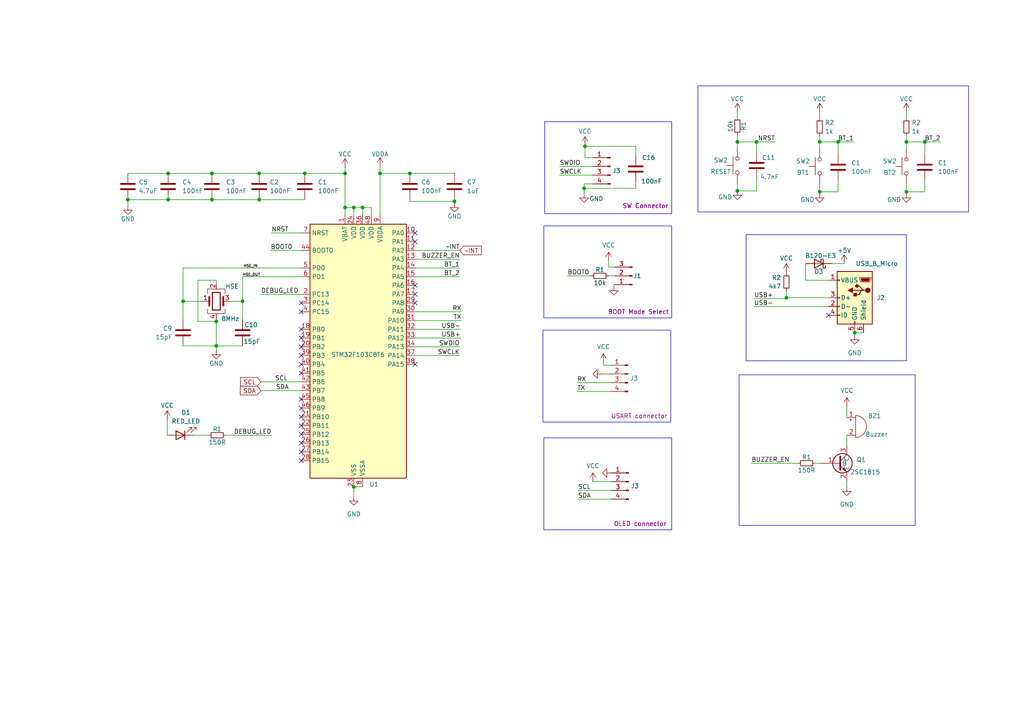
<source format=kicad_sch>
(kicad_sch (version 20230121) (generator eeschema)
  (paper "A4")
  (lib_symbols
    (symbol "Connector:Conn_01x03_Pin" (pin_names (offset 1.016) hide)
      (property "Reference" "J" (at 0 5.08 0))
      (property "Value" "Conn_01x03_Pin" (at 0 -5.08 0))
      (symbol "Conn_01x03_Pin_1_1"
        (polyline (pts (xy 1.27 -2.54) (xy 0.8636 -2.54)) (stroke (width 0.1524)))
        (polyline (pts (xy 1.27 0) (xy 0.8636 0)) (stroke (width 0.1524)))
        (polyline (pts (xy 1.27 2.54) (xy 0.8636 2.54)) (stroke (width 0.1524)))
        (rectangle (start 0.8636 -2.413) (end 0 -2.667) (stroke (width 0.1524)) (fill (type outline)))
        (rectangle (start 0.8636 0.127) (end 0 -0.127) (stroke (width 0.1524)) (fill (type outline)))
        (rectangle (start 0.8636 2.667) (end 0 2.413) (stroke (width 0.1524)) (fill (type outline)))
        (pin passive line (at 5.08 2.54 180) (length 3.81) (name "Pin_1") (number "1"))
        (pin passive line (at 5.08 0 180) (length 3.81) (name "Pin_2") (number "2"))
        (pin passive line (at 5.08 -2.54 180) (length 3.81) (name "Pin_3") (number "3"))
      )
    )
    (symbol "Connector:Conn_01x04_Pin" (pin_names (offset 1.016) hide)
      (property "Reference" "J" (at 0 5.08 0))
      (property "Value" "Conn_01x04_Pin" (at 0 -7.62 0))
      (symbol "Conn_01x04_Pin_1_1"
        (polyline (pts (xy 1.27 -5.08) (xy 0.8636 -5.08)) (stroke (width 0.1524)))
        (polyline (pts (xy 1.27 -2.54) (xy 0.8636 -2.54)) (stroke (width 0.1524)))
        (polyline (pts (xy 1.27 0) (xy 0.8636 0)) (stroke (width 0.1524)))
        (polyline (pts (xy 1.27 2.54) (xy 0.8636 2.54)) (stroke (width 0.1524)))
        (rectangle (start 0.8636 -4.953) (end 0 -5.207) (stroke (width 0.1524)) (fill (type outline)))
        (rectangle (start 0.8636 -2.413) (end 0 -2.667) (stroke (width 0.1524)) (fill (type outline)))
        (rectangle (start 0.8636 0.127) (end 0 -0.127) (stroke (width 0.1524)) (fill (type outline)))
        (rectangle (start 0.8636 2.667) (end 0 2.413) (stroke (width 0.1524)) (fill (type outline)))
        (pin passive line (at 5.08 2.54 180) (length 3.81) (name "Pin_1") (number "1"))
        (pin passive line (at 5.08 0 180) (length 3.81) (name "Pin_2") (number "2"))
        (pin passive line (at 5.08 -2.54 180) (length 3.81) (name "Pin_3") (number "3"))
        (pin passive line (at 5.08 -5.08 180) (length 3.81) (name "Pin_4") (number "4"))
      )
    )
    (symbol "Connector:USB_B_Micro" (pin_names (offset 1.016))
      (property "Reference" "J" (at -5.08 11.43 0))
      (property "Value" "USB_B_Micro" (at -5.08 8.89 0))
      (symbol "USB_B_Micro_0_1"
        (rectangle (start -5.08 -7.62) (end 5.08 7.62) (stroke (width 0.254)) (fill (type background)))
        (circle (center -3.81 2.159) (radius 0.635) (stroke (width 0.254)) (fill (type outline)))
        (circle (center -0.635 3.429) (radius 0.381) (stroke (width 0.254)) (fill (type outline)))
        (rectangle (start -0.127 -7.62) (end 0.127 -6.858))
        (polyline (pts (xy -1.905 2.159) (xy 0.635 2.159)) (stroke (width 0.254)))
        (polyline (pts (xy -3.175 2.159) (xy -2.54 2.159) (xy -1.27 3.429) (xy -0.635 3.429)) (stroke (width 0.254)))
        (polyline (pts (xy -2.54 2.159) (xy -1.905 2.159) (xy -1.27 0.889) (xy 0 0.889)) (stroke (width 0.254)))
        (polyline (pts (xy 0.635 2.794) (xy 0.635 1.524) (xy 1.905 2.159) (xy 0.635 2.794)) (stroke (width 0.254)) (fill (type outline)))
        (polyline (pts (xy -4.318 5.588) (xy -1.778 5.588) (xy -2.032 4.826) (xy -4.064 4.826) (xy -4.318 5.588)) (fill (type outline)))
        (polyline (pts (xy -4.699 5.842) (xy -4.699 5.588) (xy -4.445 4.826) (xy -4.445 4.572) (xy -1.651 4.572) (xy -1.651 4.826) (xy -1.397 5.588) (xy -1.397 5.842) (xy -4.699 5.842)))
        (rectangle (start 0.254 1.27) (end -0.508 0.508) (stroke (width 0.254)) (fill (type outline)))
        (rectangle (start 5.08 -5.207) (end 4.318 -4.953))
        (rectangle (start 5.08 -2.667) (end 4.318 -2.413))
        (rectangle (start 5.08 -0.127) (end 4.318 0.127))
        (rectangle (start 5.08 4.953) (end 4.318 5.207))
      )
      (symbol "USB_B_Micro_1_1"
        (pin power_out line (at 7.62 5.08 180) (length 2.54) (name "VBUS") (number "1"))
        (pin bidirectional line (at 7.62 -2.54 180) (length 2.54) (name "D-") (number "2"))
        (pin bidirectional line (at 7.62 0 180) (length 2.54) (name "D+") (number "3"))
        (pin passive line (at 7.62 -5.08 180) (length 2.54) (name "ID") (number "4"))
        (pin power_out line (at 0 -10.16 90) (length 2.54) (name "GND") (number "5"))
        (pin passive line (at -2.54 -10.16 90) (length 2.54) (name "Shield") (number "6"))
      )
    )
    (symbol "Device:Buzzer" (pin_names (offset 0.0254) hide)
      (property "Reference" "BZ" (at 3.81 1.27 0))
      (property "Value" "Buzzer" (at 3.81 -1.27 0))
      (symbol "Buzzer_0_1"
        (arc (start 0 -3.175) (mid 3.1612 0) (end 0 3.175))
        (polyline (pts (xy -1.651 1.905) (xy -1.143 1.905)))
        (polyline (pts (xy -1.397 2.159) (xy -1.397 1.651)))
        (polyline (pts (xy 0 3.175) (xy 0 -3.175)))
      )
      (symbol "Buzzer_1_1"
        (pin passive line (at -2.54 2.54 0) (length 2.54) (name "-") (number "1"))
        (pin passive line (at -2.54 -2.54 0) (length 2.54) (name "+") (number "2"))
      )
    )
    (symbol "Device:C" (pin_numbers hide) (pin_names (offset 0.254))
      (property "Reference" "C" (at 0.635 2.54 0))
      (property "Value" "C" (at 0.635 -2.54 0))
      (symbol "C_0_1"
        (polyline (pts (xy -2.032 -0.762) (xy 2.032 -0.762)) (stroke (width 0.508)))
        (polyline (pts (xy -2.032 0.762) (xy 2.032 0.762)) (stroke (width 0.508)))
      )
      (symbol "C_1_1"
        (pin passive line (at 0 3.81 270) (length 2.794) (name "~") (number "1"))
        (pin passive line (at 0 -3.81 90) (length 2.794) (name "~") (number "2"))
      )
    )
    (symbol "Device:Crystal_GND24" (pin_names (offset 1.016) hide)
      (property "Reference" "Y" (at 3.175 5.08 0))
      (property "Value" "Crystal_GND24" (at 3.175 3.175 0))
      (symbol "Crystal_GND24_0_1"
        (rectangle (start -1.143 2.54) (end 1.143 -2.54) (stroke (width 0.3048)))
        (polyline (pts (xy -2.54 0) (xy -2.032 0)))
        (polyline (pts (xy -2.032 -1.27) (xy -2.032 1.27)) (stroke (width 0.508)))
        (polyline (pts (xy 0 -3.81) (xy 0 -3.556)))
        (polyline (pts (xy 0 3.556) (xy 0 3.81)))
        (polyline (pts (xy 2.032 -1.27) (xy 2.032 1.27)) (stroke (width 0.508)))
        (polyline (pts (xy 2.032 0) (xy 2.54 0)))
        (polyline (pts (xy -2.54 -2.286) (xy -2.54 -3.556) (xy 2.54 -3.556) (xy 2.54 -2.286)))
        (polyline (pts (xy -2.54 2.286) (xy -2.54 3.556) (xy 2.54 3.556) (xy 2.54 2.286)))
      )
      (symbol "Crystal_GND24_1_1"
        (pin passive line (at -3.81 0 0) (length 1.27) (name "1") (number "1"))
        (pin passive line (at 0 5.08 270) (length 1.27) (name "2") (number "2"))
        (pin passive line (at 3.81 0 180) (length 1.27) (name "3") (number "3"))
        (pin passive line (at 0 -5.08 90) (length 1.27) (name "4") (number "4"))
      )
    )
    (symbol "Device:LED" (pin_numbers hide) (pin_names (offset 1.016) hide)
      (property "Reference" "D" (at 0 2.54 0))
      (property "Value" "LED" (at 0 -2.54 0))
      (symbol "LED_0_1"
        (polyline (pts (xy -1.27 -1.27) (xy -1.27 1.27)) (stroke (width 0.254)))
        (polyline (pts (xy -1.27 0) (xy 1.27 0)))
        (polyline (pts (xy 1.27 -1.27) (xy 1.27 1.27) (xy -1.27 0) (xy 1.27 -1.27)) (stroke (width 0.254)))
        (polyline (pts (xy -3.048 -0.762) (xy -4.572 -2.286) (xy -3.81 -2.286) (xy -4.572 -2.286) (xy -4.572 -1.524)))
        (polyline (pts (xy -1.778 -0.762) (xy -3.302 -2.286) (xy -2.54 -2.286) (xy -3.302 -2.286) (xy -3.302 -1.524)))
      )
      (symbol "LED_1_1"
        (pin passive line (at -3.81 0 0) (length 2.54) (name "K") (number "1"))
        (pin passive line (at 3.81 0 180) (length 2.54) (name "A") (number "2"))
      )
    )
    (symbol "Device:R_Small" (pin_numbers hide) (pin_names (offset 0.254) hide)
      (property "Reference" "R" (at 0.762 0.508 0))
      (property "Value" "R_Small" (at 0.762 -1.016 0))
      (symbol "R_Small_0_1"
        (rectangle (start -0.762 1.778) (end 0.762 -1.778) (stroke (width 0.2032)))
      )
      (symbol "R_Small_1_1"
        (pin passive line (at 0 2.54 270) (length 0.762) (name "~") (number "1"))
        (pin passive line (at 0 -2.54 90) (length 0.762) (name "~") (number "2"))
      )
    )
    (symbol "Diode:B120-E3" (pin_numbers hide) (pin_names hide)
      (property "Reference" "D" (at 0 2.54 0))
      (property "Value" "B120-E3" (at 0 -2.54 0))
      (symbol "B120-E3_0_1"
        (polyline (pts (xy 1.27 0) (xy -1.27 0)))
        (polyline (pts (xy 1.27 1.27) (xy 1.27 -1.27) (xy -1.27 0) (xy 1.27 1.27)) (stroke (width 0.254)))
        (polyline (pts (xy -1.905 0.635) (xy -1.905 1.27) (xy -1.27 1.27) (xy -1.27 -1.27) (xy -0.635 -1.27) (xy -0.635 -0.635)) (stroke (width 0.254)))
      )
      (symbol "B120-E3_1_1"
        (pin passive line (at -3.81 0 0) (length 2.54) (name "K") (number "1"))
        (pin passive line (at 3.81 0 180) (length 2.54) (name "A") (number "2"))
      )
    )
    (symbol "MCU_ST_STM32F1:STM32F103C8Tx"
      (property "Reference" "U" (at -12.7 39.37 0))
      (property "Value" "STM32F103C8Tx" (at 10.16 39.37 0))
      (symbol "STM32F103C8Tx_0_1"
        (rectangle (start -12.7 -35.56) (end 15.24 38.1) (stroke (width 0.254)) (fill (type background)))
      )
      (symbol "STM32F103C8Tx_1_1"
        (pin power_in line (at -2.54 40.64 270) (length 2.54) (name "VBAT") (number "1"))
        (pin bidirectional line (at 17.78 35.56 180) (length 2.54) (name "PA0") (number "10"))
        (pin bidirectional line (at 17.78 33.02 180) (length 2.54) (name "PA1") (number "11"))
        (pin bidirectional line (at 17.78 30.48 180) (length 2.54) (name "PA2") (number "12"))
        (pin bidirectional line (at 17.78 27.94 180) (length 2.54) (name "PA3") (number "13"))
        (pin bidirectional line (at 17.78 25.4 180) (length 2.54) (name "PA4") (number "14"))
        (pin bidirectional line (at 17.78 22.86 180) (length 2.54) (name "PA5") (number "15"))
        (pin bidirectional line (at 17.78 20.32 180) (length 2.54) (name "PA6") (number "16"))
        (pin bidirectional line (at 17.78 17.78 180) (length 2.54) (name "PA7") (number "17"))
        (pin bidirectional line (at -15.24 7.62 0) (length 2.54) (name "PB0") (number "18"))
        (pin bidirectional line (at -15.24 5.08 0) (length 2.54) (name "PB1") (number "19"))
        (pin bidirectional line (at -15.24 17.78 0) (length 2.54) (name "PC13") (number "2"))
        (pin bidirectional line (at -15.24 2.54 0) (length 2.54) (name "PB2") (number "20"))
        (pin bidirectional line (at -15.24 -17.78 0) (length 2.54) (name "PB10") (number "21"))
        (pin bidirectional line (at -15.24 -20.32 0) (length 2.54) (name "PB11") (number "22"))
        (pin power_in line (at 0 -38.1 90) (length 2.54) (name "VSS") (number "23"))
        (pin power_in line (at 0 40.64 270) (length 2.54) (name "VDD") (number "24"))
        (pin bidirectional line (at -15.24 -22.86 0) (length 2.54) (name "PB12") (number "25"))
        (pin bidirectional line (at -15.24 -25.4 0) (length 2.54) (name "PB13") (number "26"))
        (pin bidirectional line (at -15.24 -27.94 0) (length 2.54) (name "PB14") (number "27"))
        (pin bidirectional line (at -15.24 -30.48 0) (length 2.54) (name "PB15") (number "28"))
        (pin bidirectional line (at 17.78 15.24 180) (length 2.54) (name "PA8") (number "29"))
        (pin bidirectional line (at -15.24 15.24 0) (length 2.54) (name "PC14") (number "3"))
        (pin bidirectional line (at 17.78 12.7 180) (length 2.54) (name "PA9") (number "30"))
        (pin bidirectional line (at 17.78 10.16 180) (length 2.54) (name "PA10") (number "31"))
        (pin bidirectional line (at 17.78 7.62 180) (length 2.54) (name "PA11") (number "32"))
        (pin bidirectional line (at 17.78 5.08 180) (length 2.54) (name "PA12") (number "33"))
        (pin bidirectional line (at 17.78 2.54 180) (length 2.54) (name "PA13") (number "34"))
        (pin passive line (at 0 -38.1 90) (length 2.54) hide (name "VSS") (number "35"))
        (pin power_in line (at 2.54 40.64 270) (length 2.54) (name "VDD") (number "36"))
        (pin bidirectional line (at 17.78 0 180) (length 2.54) (name "PA14") (number "37"))
        (pin bidirectional line (at 17.78 -2.54 180) (length 2.54) (name "PA15") (number "38"))
        (pin bidirectional line (at -15.24 0 0) (length 2.54) (name "PB3") (number "39"))
        (pin bidirectional line (at -15.24 12.7 0) (length 2.54) (name "PC15") (number "4"))
        (pin bidirectional line (at -15.24 -2.54 0) (length 2.54) (name "PB4") (number "40"))
        (pin bidirectional line (at -15.24 -5.08 0) (length 2.54) (name "PB5") (number "41"))
        (pin bidirectional line (at -15.24 -7.62 0) (length 2.54) (name "PB6") (number "42"))
        (pin bidirectional line (at -15.24 -10.16 0) (length 2.54) (name "PB7") (number "43"))
        (pin input line (at -15.24 30.48 0) (length 2.54) (name "BOOT0") (number "44"))
        (pin bidirectional line (at -15.24 -12.7 0) (length 2.54) (name "PB8") (number "45"))
        (pin bidirectional line (at -15.24 -15.24 0) (length 2.54) (name "PB9") (number "46"))
        (pin passive line (at 0 -38.1 90) (length 2.54) hide (name "VSS") (number "47"))
        (pin power_in line (at 5.08 40.64 270) (length 2.54) (name "VDD") (number "48"))
        (pin bidirectional line (at -15.24 25.4 0) (length 2.54) (name "PD0") (number "5"))
        (pin bidirectional line (at -15.24 22.86 0) (length 2.54) (name "PD1") (number "6"))
        (pin input line (at -15.24 35.56 0) (length 2.54) (name "NRST") (number "7"))
        (pin power_in line (at 2.54 -38.1 90) (length 2.54) (name "VSSA") (number "8"))
        (pin power_in line (at 7.62 40.64 270) (length 2.54) (name "VDDA") (number "9"))
      )
    )
    (symbol "NPN_Trans_2SC1815:2SC1815"
      (property "Reference" "Q" (at 0 6.604 0))
      (symbol "2SC1815_0_1"
        (polyline (pts (xy -0.635 0.635) (xy 1.27 2.54)))
        (polyline (pts (xy -0.635 -0.635) (xy 1.27 -2.54) (xy 1.27 -2.54)))
        (polyline (pts (xy -0.635 1.905) (xy -0.635 -1.905) (xy -0.635 -1.905)) (stroke (width 0.508)))
        (polyline (pts (xy 0 -1.778) (xy 0.508 -1.27) (xy 1.016 -2.286) (xy 0 -1.778) (xy 0 -1.778)) (fill (type outline)))
        (circle (center 0 0) (radius 2.8194) (stroke (width 0.254)))
      )
      (symbol "2SC1815_1_1"
        (pin passive line (at -6.35 0 0) (length 5.715) (name "B") (number "1"))
        (pin passive line (at 1.27 -5.08 90) (length 2.54) (name "E") (number "2"))
        (pin passive line (at 1.27 5.08 270) (length 2.54) (name "C") (number "3"))
      )
    )
    (symbol "Switch:SW_Push" (pin_numbers hide) (pin_names (offset 1.016) hide)
      (property "Reference" "SW" (at 1.27 2.54 0))
      (property "Value" "SW_Push" (at 0 -1.524 0))
      (symbol "SW_Push_0_1"
        (circle (center -2.032 0) (radius 0.508))
        (polyline (pts (xy 0 1.27) (xy 0 3.048)))
        (polyline (pts (xy 2.54 1.27) (xy -2.54 1.27)))
        (circle (center 2.032 0) (radius 0.508))
        (pin passive line (at -5.08 0 0) (length 2.54) (name "1") (number "1"))
        (pin passive line (at 5.08 0 180) (length 2.54) (name "2") (number "2"))
      )
    )
    (symbol "power:+5V" (power) (pin_names (offset 0))
      (property "Value" "+5V" (at 0 3.556 0))
      (symbol "+5V_0_1"
        (polyline (pts (xy -0.762 1.27) (xy 0 2.54)))
        (polyline (pts (xy 0 0) (xy 0 2.54)))
        (polyline (pts (xy 0 2.54) (xy 0.762 1.27)))
      )
      (symbol "+5V_1_1"
        (pin power_in line (at 0 0 90) (length 0) hide (name "+5V") (number "1"))
      )
    )
    (symbol "power:GND" (power) (pin_names (offset 0))
      (property "Value" "GND" (at 0 -3.81 0))
      (symbol "GND_0_1"
        (polyline (pts (xy 0 0) (xy 0 -1.27) (xy 1.27 -1.27) (xy 0 -2.54) (xy -1.27 -1.27) (xy 0 -1.27)))
      )
      (symbol "GND_1_1"
        (pin power_in line (at 0 0 270) (length 0) hide (name "GND") (number "1"))
      )
    )
    (symbol "power:VCC" (power) (pin_names (offset 0))
      (property "Value" "VCC" (at 0 3.81 0))
      (symbol "VCC_0_1"
        (polyline (pts (xy -0.762 1.27) (xy 0 2.54)))
        (polyline (pts (xy 0 0) (xy 0 2.54)))
        (polyline (pts (xy 0 2.54) (xy 0.762 1.27)))
      )
      (symbol "VCC_1_1"
        (pin power_in line (at 0 0 90) (length 0) hide (name "VCC") (number "1"))
      )
    )
    (symbol "power:VDDA" (power) (pin_names (offset 0))
      (property "Value" "VDDA" (at 0 3.81 0))
      (symbol "VDDA_0_1"
        (polyline (pts (xy -0.762 1.27) (xy 0 2.54)))
        (polyline (pts (xy 0 0) (xy 0 2.54)))
        (polyline (pts (xy 0 2.54) (xy 0.762 1.27)))
      )
      (symbol "VDDA_1_1"
        (pin power_in line (at 0 0 90) (length 0) hide (name "VDDA") (number "1"))
      )
    )
  )
  (junction (at 169.672 42.418))
  (junction (at 62.738 100.33))
  (junction (at 219.456 41.148))
  (junction (at 53.086 87.376))
  (junction (at 61.468 57.912))
  (junction (at 110.236 50.292))
  (junction (at 48.768 50.292))
  (junction (at 268.224 41.148))
  (junction (at 237.744 41.148))
  (junction (at 247.904 96.52))
  (junction (at 48.768 57.912))
  (junction (at 131.826 58.42))
  (junction (at 75.184 50.292))
  (junction (at 237.744 55.626))
  (junction (at 118.872 50.292))
  (junction (at 262.89 41.148))
  (junction (at 70.358 87.376))
  (junction (at 100.076 50.292))
  (junction (at 62.738 93.218))
  (junction (at 75.184 57.912))
  (junction (at 37.084 57.912))
  (junction (at 100.076 60.198))
  (junction (at 228.092 86.36))
  (junction (at 61.468 50.292))
  (junction (at 213.868 41.148))
  (junction (at 88.392 50.292))
  (junction (at 262.89 55.626))
  (junction (at 169.418 54.61))
  (junction (at 102.616 60.198))
  (junction (at 213.868 55.372))
  (junction (at 243.078 41.148))
  (junction (at 102.616 141.224))
  (junction (at 105.156 60.198))
  (no_connect (at 120.396 82.804))
  (no_connect (at 120.396 105.664))
  (no_connect (at 87.376 95.504))
  (no_connect (at 240.284 91.44))
  (no_connect (at 87.376 98.044))
  (no_connect (at 87.376 103.124))
  (no_connect (at 87.376 105.664))
  (no_connect (at 120.396 85.344))
  (no_connect (at 120.396 87.884))
  (no_connect (at 87.376 123.444))
  (no_connect (at 87.376 120.904))
  (no_connect (at 120.396 67.564))
  (no_connect (at 87.376 128.524))
  (no_connect (at 87.376 108.204))
  (no_connect (at 87.376 90.424))
  (no_connect (at 87.376 100.584))
  (no_connect (at 87.376 87.884))
  (no_connect (at 87.376 131.064))
  (no_connect (at 87.376 133.604))
  (no_connect (at 87.376 118.364))
  (no_connect (at 120.396 70.104))
  (no_connect (at 87.376 115.824))
  (no_connect (at 87.376 125.984))
  (wire (pts (xy 247.904 96.52) (xy 250.444 96.52)))
  (wire (pts (xy 110.236 48.26) (xy 110.236 50.292)))
  (wire (pts (xy 169.672 42.418) (xy 184.404 42.418)))
  (wire (pts (xy 70.358 87.376) (xy 70.358 92.71)))
  (wire (pts (xy 218.694 86.614) (xy 228.092 86.614)))
  (wire (pts (xy 62.738 93.218) (xy 62.738 92.456)))
  (wire (pts (xy 213.868 41.148) (xy 213.868 42.926)))
  (wire (pts (xy 131.826 58.42) (xy 131.826 58.928)))
  (wire (pts (xy 75.184 57.912) (xy 88.392 57.912)))
  (wire (pts (xy 268.224 44.704) (xy 268.224 41.148)))
  (wire (pts (xy 171.958 139.7) (xy 177.292 139.7)))
  (wire (pts (xy 53.086 77.724) (xy 53.086 87.376)))
  (wire (pts (xy 110.236 50.292) (xy 110.236 62.484)))
  (wire (pts (xy 237.744 56.134) (xy 237.744 55.626)))
  (wire (pts (xy 176.53 75.692) (xy 176.53 77.47)))
  (wire (pts (xy 184.404 52.832) (xy 184.404 54.61)))
  (wire (pts (xy 120.396 80.264) (xy 133.35 80.264)))
  (wire (pts (xy 62.738 100.33) (xy 62.738 101.6)))
  (wire (pts (xy 184.404 54.61) (xy 169.418 54.61)))
  (wire (pts (xy 213.868 41.148) (xy 219.456 41.148)))
  (wire (pts (xy 245.618 141.224) (xy 245.618 139.446)))
  (wire (pts (xy 131.826 58.42) (xy 131.826 57.912)))
  (wire (pts (xy 245.618 117.856) (xy 245.618 121.158)))
  (wire (pts (xy 218.694 88.9) (xy 240.284 88.9)))
  (wire (pts (xy 78.486 72.644) (xy 87.376 72.644)))
  (wire (pts (xy 178.054 83.058) (xy 178.054 82.55)))
  (wire (pts (xy 268.224 41.148) (xy 262.89 41.148)))
  (wire (pts (xy 37.084 57.912) (xy 37.084 59.69)))
  (wire (pts (xy 217.932 134.366) (xy 231.394 134.366)))
  (wire (pts (xy 57.404 81.28) (xy 57.404 93.218)))
  (wire (pts (xy 48.768 50.292) (xy 61.468 50.292)))
  (wire (pts (xy 237.744 55.626) (xy 237.744 53.34)))
  (wire (pts (xy 262.89 56.134) (xy 262.89 55.626)))
  (wire (pts (xy 110.236 50.292) (xy 118.872 50.292)))
  (wire (pts (xy 105.156 60.198) (xy 107.696 60.198)))
  (wire (pts (xy 241.3 76.454) (xy 244.856 76.454)))
  (wire (pts (xy 102.616 141.224) (xy 102.616 144.018)))
  (wire (pts (xy 219.456 41.148) (xy 219.456 44.196)))
  (wire (pts (xy 62.738 100.33) (xy 70.358 100.33)))
  (wire (pts (xy 70.358 87.376) (xy 66.548 87.376)))
  (wire (pts (xy 243.078 41.148) (xy 237.744 41.148)))
  (wire (pts (xy 169.672 42.418) (xy 169.672 45.72)))
  (wire (pts (xy 169.418 53.34) (xy 169.418 54.61)))
  (wire (pts (xy 236.474 134.366) (xy 237.998 134.366)))
  (wire (pts (xy 100.076 60.198) (xy 100.076 62.484)))
  (wire (pts (xy 213.868 39.116) (xy 213.868 41.148)))
  (wire (pts (xy 120.396 98.044) (xy 133.604 98.044)))
  (wire (pts (xy 268.224 41.148) (xy 272.796 41.148)))
  (wire (pts (xy 102.616 141.224) (xy 105.156 141.224)))
  (wire (pts (xy 169.418 54.61) (xy 169.418 56.134)))
  (wire (pts (xy 178.054 82.55) (xy 178.308 82.55)))
  (wire (pts (xy 48.768 57.912) (xy 61.468 57.912)))
  (wire (pts (xy 219.456 55.372) (xy 213.868 55.372)))
  (wire (pts (xy 268.224 52.324) (xy 268.224 55.626)))
  (wire (pts (xy 75.184 50.292) (xy 88.392 50.292)))
  (wire (pts (xy 228.092 78.994) (xy 228.092 79.248)))
  (wire (pts (xy 268.224 55.626) (xy 262.89 55.626)))
  (wire (pts (xy 120.396 92.964) (xy 133.858 92.964)))
  (wire (pts (xy 53.086 100.33) (xy 62.738 100.33)))
  (wire (pts (xy 56.134 126.238) (xy 60.452 126.238)))
  (wire (pts (xy 178.308 80.01) (xy 176.53 80.01)))
  (wire (pts (xy 120.396 72.644) (xy 133.35 72.644)))
  (wire (pts (xy 120.396 95.504) (xy 133.604 95.504)))
  (wire (pts (xy 75.692 113.284) (xy 87.376 113.284)))
  (wire (pts (xy 169.672 42.164) (xy 169.672 42.418)))
  (wire (pts (xy 167.386 110.998) (xy 177.038 110.998)))
  (wire (pts (xy 53.086 77.724) (xy 87.376 77.724)))
  (wire (pts (xy 65.532 126.238) (xy 78.74 126.238)))
  (wire (pts (xy 228.092 86.614) (xy 228.092 86.36)))
  (wire (pts (xy 48.514 121.666) (xy 48.514 126.238)))
  (wire (pts (xy 75.692 85.344) (xy 87.376 85.344)))
  (wire (pts (xy 184.404 42.418) (xy 184.404 45.212)))
  (wire (pts (xy 75.692 110.744) (xy 87.376 110.744)))
  (wire (pts (xy 167.64 142.24) (xy 177.292 142.24)))
  (wire (pts (xy 120.396 100.584) (xy 133.35 100.584)))
  (wire (pts (xy 118.872 58.42) (xy 131.826 58.42)))
  (wire (pts (xy 243.078 44.704) (xy 243.078 41.148)))
  (wire (pts (xy 245.618 126.238) (xy 245.618 129.286)))
  (wire (pts (xy 243.078 52.324) (xy 243.078 55.626)))
  (wire (pts (xy 237.744 41.148) (xy 237.744 39.37)))
  (wire (pts (xy 107.696 60.198) (xy 107.696 62.484)))
  (wire (pts (xy 162.306 48.26) (xy 171.958 48.26)))
  (wire (pts (xy 37.084 50.292) (xy 48.768 50.292)))
  (wire (pts (xy 61.468 50.292) (xy 75.184 50.292)))
  (wire (pts (xy 243.078 41.148) (xy 247.65 41.148)))
  (wire (pts (xy 175.006 105.156) (xy 175.006 105.918)))
  (wire (pts (xy 178.308 77.47) (xy 176.53 77.47)))
  (wire (pts (xy 102.616 60.198) (xy 105.156 60.198)))
  (wire (pts (xy 78.74 67.564) (xy 87.376 67.564)))
  (wire (pts (xy 162.306 50.8) (xy 171.958 50.8)))
  (wire (pts (xy 120.396 103.124) (xy 133.35 103.124)))
  (wire (pts (xy 88.392 50.292) (xy 100.076 50.292)))
  (wire (pts (xy 120.396 77.724) (xy 133.35 77.724)))
  (wire (pts (xy 237.744 32.512) (xy 237.744 34.29)))
  (wire (pts (xy 61.468 57.912) (xy 75.184 57.912)))
  (wire (pts (xy 219.456 51.816) (xy 219.456 55.372)))
  (wire (pts (xy 213.868 55.372) (xy 213.868 53.086)))
  (wire (pts (xy 100.076 48.514) (xy 100.076 50.292)))
  (wire (pts (xy 247.904 96.52) (xy 247.904 97.282)))
  (wire (pts (xy 120.396 75.184) (xy 133.35 75.184)))
  (wire (pts (xy 228.092 84.328) (xy 228.092 86.36)))
  (wire (pts (xy 70.358 80.264) (xy 70.358 87.376)))
  (wire (pts (xy 164.592 80.01) (xy 171.45 80.01)))
  (wire (pts (xy 70.358 80.264) (xy 87.376 80.264)))
  (wire (pts (xy 243.078 55.626) (xy 237.744 55.626)))
  (wire (pts (xy 120.396 90.424) (xy 133.858 90.424)))
  (wire (pts (xy 213.868 32.512) (xy 213.868 34.036)))
  (wire (pts (xy 233.68 81.28) (xy 240.284 81.28)))
  (wire (pts (xy 105.156 62.484) (xy 105.156 60.198)))
  (wire (pts (xy 118.872 50.292) (xy 131.826 50.292)))
  (wire (pts (xy 237.744 43.18) (xy 237.744 41.148)))
  (wire (pts (xy 167.386 113.538) (xy 177.038 113.538)))
  (wire (pts (xy 262.89 43.18) (xy 262.89 41.148)))
  (wire (pts (xy 53.086 87.376) (xy 58.928 87.376)))
  (wire (pts (xy 262.89 55.626) (xy 262.89 53.34)))
  (wire (pts (xy 171.958 53.34) (xy 169.418 53.34)))
  (wire (pts (xy 233.68 76.454) (xy 233.68 81.28)))
  (wire (pts (xy 53.086 87.376) (xy 53.086 92.71)))
  (wire (pts (xy 100.076 50.292) (xy 100.076 60.198)))
  (wire (pts (xy 62.738 93.218) (xy 62.738 100.33)))
  (wire (pts (xy 175.006 105.918) (xy 177.038 105.918)))
  (wire (pts (xy 219.456 41.148) (xy 224.79 41.148)))
  (wire (pts (xy 37.084 57.912) (xy 48.768 57.912)))
  (wire (pts (xy 57.404 93.218) (xy 62.738 93.218)))
  (wire (pts (xy 100.076 60.198) (xy 102.616 60.198)))
  (wire (pts (xy 262.89 41.148) (xy 262.89 39.37)))
  (wire (pts (xy 228.092 86.36) (xy 240.284 86.36)))
  (wire (pts (xy 167.64 144.78) (xy 177.292 144.78)))
  (wire (pts (xy 262.89 32.512) (xy 262.89 34.29)))
  (wire (pts (xy 169.672 45.72) (xy 171.958 45.72)))
  (wire (pts (xy 62.738 81.28) (xy 57.404 81.28)))
  (wire (pts (xy 174.498 108.458) (xy 177.038 108.458)))
  (wire (pts (xy 102.616 60.198) (xy 102.616 62.484)))
  (wire (pts (xy 62.738 81.28) (xy 62.738 82.296)))
  (wire (pts (xy 118.872 58.42) (xy 118.872 57.912)))
  (rectangle (start 157.48 95.758) (end 194.564 122.428))
  (rectangle (start 157.734 65.532) (end 194.818 92.202))
  (rectangle (start 157.734 127) (end 194.818 153.67))
  (rectangle (start 214.376 108.712) (end 265.43 152.4))
  (rectangle (start 157.988 35.306) (end 194.818 61.976))
  (rectangle (start 202.438 24.892) (end 280.924 61.468))
  (rectangle (start 216.408 68.072) (end 262.89 104.648))
  (label "BOOT0" (at 78.486 72.644 0))
  (label "SWCLK" (at 162.306 50.8 0))
  (label "HSE_IN" (at 70.612 77.724 0) (effects (font (size 0.762 0.762))))
  (label "BUZZER_EN" (at 217.932 134.366 0))
  (label "TX" (at 167.386 113.538 0))
  (label "SWDIO" (at 133.35 100.584 180))
  (label "RX" (at 133.858 90.424 180))
  (label "NRST" (at 78.74 67.564 0))
  (label "USB+" (at 218.694 86.614 0))
  (label "BT_1" (at 133.35 77.724 180))
  (label "NRST" (at 224.79 41.148 180))
  (label "SDA" (at 167.64 144.78 0))
  (label "SCL" (at 167.64 142.24 0))
  (label "USB-" (at 218.694 88.9 0))
  (label "TX" (at 133.858 92.964 180))
  (label "BUZZER_EN" (at 133.35 75.184 180))
  (label "BT_2" (at 272.796 41.148 180))
  (label "BT_2" (at 133.35 80.264 180))
  (label "USB+" (at 133.604 98.044 180))
  (label "RX" (at 167.386 110.998 0))
  (label "SCL" (at 79.756 110.744 0))
  (label "SWCLK" (at 133.35 103.124 180))
  (label "SDA" (at 80.01 113.284 0))
  (label "BOOT0" (at 164.592 80.01 0))
  (label "DEBUG_LED" (at 78.74 126.238 180))
  (label "DEBUG_LED" (at 75.692 85.344 0))
  (label "USB-" (at 133.604 95.504 180))
  (label "HSE_OUT" (at 70.358 80.264 0) (effects (font (size 0.762 0.762))))
  (label "~INT" (at 133.35 72.644 180))
  (label "BT_1" (at 247.65 41.148 180))
  (label "SWDIO" (at 162.306 48.26 0))
  (global_label "SCL" (shape input) (at 75.692 110.744 180) (property "Intersheetrefs" "${INTERSHEET_REFS}" (effects hide)))
  (global_label "SDA" (shape input) (at 75.692 113.284 180) (property "Intersheetrefs" "${INTERSHEET_REFS}" (effects hide)))
  (global_label "~INT" (shape input) (at 133.35 72.644 0) (property "Intersheetrefs" "${INTERSHEET_REFS}" (effects hide)))
  (symbol (lib_id "Device:R_Small") (at 213.868 36.576 0) (mirror x) (unit 1)
    (property "Reference" "R1" (at 215.646 36.576 90))
    (property "Value" "10k" (at 211.836 36.576 90))
    (property "Footprint" "Resistor_SMD:R_0603_1608Metric" (effects hide))
    (instances (project "_autosave-connector" (path "" (reference "R1") (unit 1))) (project "MCU" (path "" (reference "R1") (unit 1))) (project "project233" (path "" (reference "R1") (unit 1)) (path "" (reference "R1") (unit 1))) (project "Project232" (path "" (reference "R2") (unit 1)) (path "" (reference "R20") (unit 1))) (project "_autosave-MCU" (path "" (reference "R1") (unit 1))))
  )
  (symbol (lib_id "Device:R_Small") (at 233.934 134.366 270) (mirror x) (unit 1)
    (property "Reference" "R1" (at 233.934 132.588 90))
    (property "Value" "150R" (at 233.934 136.398 90))
    (property "Footprint" "Resistor_SMD:R_0603_1608Metric" (effects hide))
    (instances (project "_autosave-connector" (path "" (reference "R1") (unit 1))) (project "MCU" (path "" (reference "R1") (unit 1))) (project "project233" (path "" (reference "R2") (unit 1)) (path "" (reference "R10") (unit 1))) (project "Project232" (path "" (reference "R2") (unit 1)) (path "" (reference "R1") (unit 1))) (project "_autosave-MCU" (path "" (reference "R1") (unit 1))))
  )
  (symbol (lib_id "power:VCC") (at 169.672 42.164 0) (unit 1)
    (property "Reference" "#PWR015" (effects hide))
    (property "Value" "VCC" (at 169.672 38.1 0))
    (instances (project "MCU" (path "" (reference "#PWR015") (unit 1))) (project "project233" (path "" (reference "#PWR014") (unit 1)) (path "" (reference "#PWR014") (unit 1))) (project "Project232" (path "" (reference "#PWR015") (unit 1))))
  )
  (symbol (lib_id "Device:C") (at 61.468 54.102 0) (unit 1)
    (property "Reference" "C3" (at 65.532 52.832 0) (effects (justify left)))
    (property "Value" "100nF" (at 65.532 55.372 0) (effects (justify left)))
    (property "Footprint" "Capacitor_SMD:C_0805_2012Metric" (effects hide))
    (instances (project "MCU" (path "" (reference "C3") (unit 1))) (project "project233" (path "" (reference "C5") (unit 1)) (path "" (reference "C5") (unit 1))) (project "Project232" (path "" (reference "C3") (unit 1)) (path "" (reference "C4") (unit 1))) (project "_autosave-MCU" (path "" (reference "C3") (unit 1))))
  )
  (symbol (lib_id "Device:C") (at 268.224 48.514 0) (unit 1)
    (property "Reference" "C1" (at 272.034 47.244 0) (effects (justify left)))
    (property "Value" "100nF" (at 272.034 49.784 0) (effects (justify left)))
    (property "Footprint" "Capacitor_SMD:C_0805_2012Metric" (effects hide))
    (instances (project "MCU" (path "" (reference "C1") (unit 1))) (project "project233" (path "" (reference "C23") (unit 1))) (project "Project232" (path "" (reference "C1") (unit 1)) (path "" (reference "C30") (unit 1))) (project "_autosave-MCU" (path "" (reference "C1") (unit 1))))
  )
  (symbol (lib_id "power:GND") (at 213.868 55.372 0) (unit 1)
    (property "Reference" "#PWR08" (effects hide))
    (property "Value" "GND" (at 210.312 57.15 0))
    (instances (project "MCU" (path "" (reference "#PWR08") (unit 1))) (project "project233" (path "" (reference "#PWR04") (unit 1)) (path "" (reference "#PWR04") (unit 1))) (project "Project232" (path "" (reference "#PWR08") (unit 1)) (path "" (reference "#PWR04") (unit 1))) (project "_autosave-MCU" (path "" (reference "#PWR08") (unit 1))))
  )
  (symbol (lib_id "power:GND") (at 131.826 58.928 0) (unit 1)
    (property "Reference" "#PWR01" (effects hide))
    (property "Value" "GND" (at 131.826 62.738 0))
    (instances (project "MCU" (path "" (reference "#PWR01") (unit 1))) (project "project233" (path "" (reference "#PWR09") (unit 1)) (path "" (reference "#PWR09") (unit 1))) (project "Project232" (path "" (reference "#PWR01") (unit 1)) (path "" (reference "#PWR017") (unit 1))) (project "_autosave-MCU" (path "" (reference "#PWR01") (unit 1))))
  )
  (symbol (lib_id "power:VCC") (at 100.076 48.514 0) (unit 1)
    (property "Reference" "#PWR05" (effects hide))
    (property "Value" "VCC" (at 100.076 44.704 0))
    (instances (project "MCU" (path "" (reference "#PWR05") (unit 1))) (project "project233" (path "" (reference "#PWR06") (unit 1)) (path "" (reference "#PWR06") (unit 1))) (project "Project232" (path "" (reference "#PWR05") (unit 1))))
  )
  (symbol (lib_id "Device:C") (at 118.872 54.102 0) (unit 1)
    (property "Reference" "C6" (at 122.174 52.832 0) (effects (justify left)))
    (property "Value" "100nF" (at 122.174 55.372 0) (effects (justify left)))
    (property "Footprint" "Capacitor_SMD:C_0805_2012Metric" (effects hide))
    (instances (project "MCU" (path "" (reference "C6") (unit 1))) (project "project233" (path "" (reference "C9") (unit 1)) (path "" (reference "C9") (unit 1))) (project "Project232" (path "" (reference "C6") (unit 1)) (path "" (reference "C9") (unit 1))) (project "_autosave-MCU" (path "" (reference "C6") (unit 1))))
  )
  (symbol (lib_id "power:VCC") (at 48.514 121.666 0) (unit 1)
    (property "Reference" "#PWR010" (effects hide))
    (property "Value" "VCC" (at 48.514 117.602 0))
    (instances (project "MCU" (path "" (reference "#PWR010") (unit 1))) (project "project233" (path "" (reference "#PWR03") (unit 1)) (path "" (reference "#PWR01") (unit 1))) (project "Project232" (path "" (reference "#PWR010") (unit 1))))
  )
  (symbol (lib_id "Connector:Conn_01x04_Pin") (at 182.118 108.458 0) (mirror y) (unit 1)
    (property "Reference" "J3" (at 183.896 109.728 0))
    (property "Value" "Header_1x4" (effects hide))
    (property "Footprint" "Connector_PinHeader_2.54mm:PinHeader_1x04_P2.54mm_Vertical" (effects hide))
    (property "Name" "USART connector" (at 185.42 120.65 0))
    (instances (project "_autosave-connector" (path "" (reference "J3") (unit 1))) (project "MCU" (path "" (reference "J3") (unit 1))) (project "project233" (path "" (reference "J2") (unit 1)) (path "" (reference "J3") (unit 1))) (project "Project232" (path "" (reference "J2") (unit 1)) (path "" (reference "J2") (unit 1))) (project "_autosave-MCU" (path "" (reference "J3") (unit 1))))
  )
  (symbol (lib_id "power:+5V") (at 244.856 76.454 0) (unit 1)
    (property "Reference" "#PWR09" (effects hide))
    (property "Value" "+5V" (at 244.856 72.644 0))
    (instances (project "MCU" (path "" (reference "#PWR09") (unit 1))) (project "project233" (path "" (reference "#PWR011") (unit 1)) (path "" (reference "#PWR011") (unit 1))) (project "Project232" (path "" (reference "#PWR09") (unit 1))))
  )
  (symbol (lib_id "Device:C") (at 48.768 54.102 0) (unit 1)
    (property "Reference" "C4" (at 52.832 52.832 0) (effects (justify left)))
    (property "Value" "100nF" (at 52.832 55.372 0) (effects (justify left)))
    (property "Footprint" "Capacitor_SMD:C_0805_2012Metric" (effects hide))
    (instances (project "MCU" (path "" (reference "C4") (unit 1))) (project "project233" (path "" (reference "C2") (unit 1)) (path "" (reference "C2") (unit 1))) (project "Project232" (path "" (reference "C4") (unit 1)) (path "" (reference "C2") (unit 1))) (project "_autosave-MCU" (path "" (reference "C4") (unit 1))))
  )
  (symbol (lib_id "Device:R_Small") (at 228.092 81.788 0) (mirror y) (unit 1)
    (property "Reference" "R2" (at 226.568 80.518 0) (effects (justify left)))
    (property "Value" "4k7" (at 226.568 83.058 0) (effects (justify left)))
    (property "Footprint" "Resistor_SMD:R_0603_1608Metric" (effects hide))
    (instances (project "_autosave-connector" (path "" (reference "R2") (unit 1))) (project "MCU" (path "" (reference "R2") (unit 1))) (project "project233" (path "" (reference "R3") (unit 1)) (path "" (reference "R3") (unit 1))) (project "Project232" (path "" (reference "R1") (unit 1)) (path "" (reference "R2") (unit 1))) (project "_autosave-MCU" (path "" (reference "R2") (unit 1))))
  )
  (symbol (lib_id "Device:C") (at 88.392 54.102 0) (unit 1)
    (property "Reference" "C1" (at 92.202 52.832 0) (effects (justify left)))
    (property "Value" "100nF" (at 92.202 55.372 0) (effects (justify left)))
    (property "Footprint" "Capacitor_SMD:C_0805_2012Metric" (effects hide))
    (instances (project "MCU" (path "" (reference "C1") (unit 1))) (project "project233" (path "" (reference "C8") (unit 1)) (path "" (reference "C8") (unit 1))) (project "Project232" (path "" (reference "C1") (unit 1)) (path "" (reference "C8") (unit 1))) (project "_autosave-MCU" (path "" (reference "C1") (unit 1))))
  )
  (symbol (lib_id "power:GND") (at 178.054 83.058 0) (mirror y) (unit 1)
    (property "Reference" "#PWR09" (effects hide))
    (property "Value" "GND" (effects hide))
    (instances (project "_autosave-connector" (path "" (reference "#PWR09") (unit 1))) (project "MCU" (path "" (reference "#PWR09") (unit 1))) (project "project233" (path "" (reference "#PWR032") (unit 1))) (project "Project232" (path "" (reference "#PWR013") (unit 1)) (path "" (reference "#PWR016") (unit 1))) (project "_autosave-MCU" (path "" (reference "#PWR09") (unit 1))))
  )
  (symbol (lib_id "Device:Crystal_GND24") (at 62.738 87.376 0) (unit 1)
    (property "Reference" "HSE" (at 67.31 83.058 0))
    (property "Value" "8MHz" (at 66.802 92.456 0))
    (property "Footprint" "Crystal:Crystal_SMD_3225-4Pin_3.2x2.5mm" (effects hide))
    (instances (project "MCU" (path "" (reference "HSE") (unit 1))) (project "project233" (path "" (reference "HSE1") (unit 1)) (path "" (reference "HSE1") (unit 1))) (project "Project232" (path "" (reference "HSE") (unit 1)) (path "" (reference "HSE1") (unit 1))) (project "_autosave-MCU" (path "" (reference "HSE") (unit 1))))
  )
  (symbol (lib_id "Device:C") (at 184.404 49.022 0) (unit 1)
    (property "Reference" "C16" (at 186.182 45.72 0) (effects (justify left)))
    (property "Value" "100nF" (at 185.928 52.578 0) (effects (justify left)))
    (property "Footprint" "Capacitor_SMD:C_0805_2012Metric" (effects hide))
    (instances (project "_autosave-connector" (path "" (reference "C16") (unit 1))) (project "MCU" (path "" (reference "C16") (unit 1))) (project "project233" (path "" (reference "C11") (unit 1)) (path "" (reference "C11") (unit 1))) (project "Project232" (path "" (reference "C12") (unit 1)) (path "" (reference "C12") (unit 1))) (project "_autosave-MCU" (path "" (reference "C16") (unit 1))))
  )
  (symbol (lib_id "Device:C") (at 70.358 96.52 0) (unit 1)
    (property "Reference" "C10" (at 70.866 94.234 0) (effects (justify left)))
    (property "Value" "15pF" (at 70.612 99.06 0) (effects (justify left)))
    (property "Footprint" "Capacitor_SMD:C_0805_2012Metric" (effects hide))
    (instances (project "MCU" (path "" (reference "C10") (unit 1))) (project "project233" (path "" (reference "C6") (unit 1)) (path "" (reference "C6") (unit 1))) (project "Project232" (path "" (reference "C10") (unit 1)) (path "" (reference "C6") (unit 1))) (project "_autosave-MCU" (path "" (reference "C10") (unit 1))))
  )
  (symbol (lib_id "Device:C") (at 243.078 48.514 0) (unit 1)
    (property "Reference" "C1" (at 246.888 47.244 0) (effects (justify left)))
    (property "Value" "100nF" (at 246.888 49.784 0) (effects (justify left)))
    (property "Footprint" "Capacitor_SMD:C_0805_2012Metric" (effects hide))
    (instances (project "MCU" (path "" (reference "C1") (unit 1))) (project "project233" (path "" (reference "C22") (unit 1))) (project "Project232" (path "" (reference "C1") (unit 1)) (path "" (reference "C30") (unit 1))) (project "_autosave-MCU" (path "" (reference "C1") (unit 1))))
  )
  (symbol (lib_id "power:GND") (at 169.418 56.134 0) (mirror y) (unit 1)
    (property "Reference" "#PWR09" (effects hide))
    (property "Value" "GND" (at 172.974 57.658 0))
    (instances (project "_autosave-connector" (path "" (reference "#PWR09") (unit 1))) (project "MCU" (path "" (reference "#PWR09") (unit 1))) (project "project233" (path "" (reference "#PWR013") (unit 1)) (path "" (reference "#PWR013") (unit 1))) (project "Project232" (path "" (reference "#PWR010") (unit 1)) (path "" (reference "#PWR012") (unit 1))) (project "_autosave-MCU" (path "" (reference "#PWR09") (unit 1))))
  )
  (symbol (lib_id "power:VCC") (at 262.89 32.512 0) (unit 1)
    (property "Reference" "#PWR057" (effects hide))
    (property "Value" "VCC" (at 262.89 28.702 0))
    (instances (project "MCU" (path "" (reference "#PWR057") (unit 1))) (project "project233" (path "" (reference "#PWR035") (unit 1))) (project "Project232" (path "" (reference "#PWR057") (unit 1))))
  )
  (symbol (lib_id "power:VCC") (at 175.006 105.156 0) (unit 1)
    (property "Reference" "#PWR013" (effects hide))
    (property "Value" "VCC" (at 175.006 100.584 0))
    (instances (project "MCU" (path "" (reference "#PWR013") (unit 1))) (project "project233" (path "" (reference "#PWR019") (unit 1))) (project "Project232" (path "" (reference "#PWR013") (unit 1))))
  )
  (symbol (lib_id "Connector:USB_B_Micro") (at 247.904 86.36 0) (mirror y) (unit 1)
    (property "Reference" "J2" (at 254.254 86.36 0) (effects (justify right)))
    (property "Value" "USB_B_Micro" (at 248.158 76.454 0) (effects (justify right)))
    (property "Footprint" "Connector_USB:USB_Micro-B_Molex_47346-0001" (effects hide))
    (instances (project "_autosave-connector" (path "" (reference "J2") (unit 1))) (project "MCU" (path "" (reference "J2") (unit 1))) (project "project233" (path "" (reference "J1") (unit 1)) (path "" (reference "J1") (unit 1))) (project "Project232" (path "" (reference "J3") (unit 1)) (path "" (reference "J1") (unit 1))) (project "_autosave-MCU" (path "" (reference "J2") (unit 1))))
  )
  (symbol (lib_id "power:VCC") (at 245.618 117.856 0) (unit 1)
    (property "Reference" "#PWR013" (effects hide))
    (property "Value" "VCC" (at 245.618 113.284 0))
    (instances (project "MCU" (path "" (reference "#PWR013") (unit 1))) (project "project233" (path "" (reference "#PWR030") (unit 1))) (project "Project232" (path "" (reference "#PWR013") (unit 1))))
  )
  (symbol (lib_id "Switch:SW_Push") (at 237.744 48.26 90) (mirror x) (unit 1)
    (property "Reference" "SW2" (at 232.918 46.736 90))
    (property "Value" "BT1" (at 232.918 50.038 90))
    (property "Footprint" "Button_SMD:Button_3x6_SMD" (effects hide))
  )
  (symbol (lib_id "power:GND") (at 247.904 97.282 0) (unit 1)
    (property "Reference" "#PWR013" (effects hide))
    (property "Value" "GND" (at 247.904 102.362 0))
    (instances (project "_autosave-connector" (path "" (reference "#PWR013") (unit 1))) (project "MCU" (path "" (reference "#PWR013") (unit 1))) (project "project233" (path "" (reference "#PWR012") (unit 1)) (path "" (reference "#PWR012") (unit 1))) (project "Project232" (path "" (reference "#PWR015") (unit 1)) (path "" (reference "#PWR014") (unit 1))) (project "_autosave-MCU" (path "" (reference "#PWR013") (unit 1))))
  )
  (symbol (lib_id "Device:Buzzer") (at 248.158 123.698 0) (unit 1)
    (property "Reference" "BZ1" (at 251.714 120.65 0) (effects (justify left)))
    (property "Value" "Buzzer" (at 250.952 125.984 0) (effects (justify left)))
    (property "Footprint" "Buzzer:Buzzer_9056_THT" (effects hide))
  )
  (symbol (lib_id "power:VCC") (at 237.744 32.512 0) (unit 1)
    (property "Reference" "#PWR057" (effects hide))
    (property "Value" "VCC" (at 237.744 28.702 0))
    (instances (project "MCU" (path "" (reference "#PWR057") (unit 1))) (project "project233" (path "" (reference "#PWR033") (unit 1))) (project "Project232" (path "" (reference "#PWR057") (unit 1))))
  )
  (symbol (lib_id "Device:C") (at 75.184 54.102 0) (unit 1)
    (property "Reference" "C2" (at 78.232 52.832 0) (effects (justify left)))
    (property "Value" "100nF" (at 78.232 55.372 0) (effects (justify left)))
    (property "Footprint" "Capacitor_SMD:C_0805_2012Metric" (effects hide))
    (instances (project "MCU" (path "" (reference "C2") (unit 1))) (project "project233" (path "" (reference "C7") (unit 1)) (path "" (reference "C7") (unit 1))) (project "Project232" (path "" (reference "C2") (unit 1)) (path "" (reference "C7") (unit 1))) (project "_autosave-MCU" (path "" (reference "C2") (unit 1))))
  )
  (symbol (lib_id "power:GND") (at 37.084 59.69 0) (unit 1)
    (property "Reference" "#PWR01" (effects hide))
    (property "Value" "GND" (at 37.084 63.5 0))
    (instances (project "MCU" (path "" (reference "#PWR01") (unit 1))) (project "project233" (path "" (reference "#PWR02") (unit 1)) (path "" (reference "#PWR03") (unit 1))) (project "Project232" (path "" (reference "#PWR01") (unit 1)) (path "" (reference "#PWR02") (unit 1))) (project "_autosave-MCU" (path "" (reference "#PWR01") (unit 1))))
  )
  (symbol (lib_id "Device:C") (at 37.084 54.102 0) (unit 1)
    (property "Reference" "C5" (at 40.2082 52.832 0) (effects (justify left)))
    (property "Value" "4.7uF" (at 40.2082 55.372 0) (effects (justify left)))
    (property "Footprint" "Capacitor_SMD:C_0805_2012Metric" (effects hide))
    (instances (project "MCU" (path "" (reference "C5") (unit 1))) (project "project233" (path "" (reference "C1") (unit 1)) (path "" (reference "C1") (unit 1))) (project "Project232" (path "" (reference "C5") (unit 1)) (path "" (reference "C1") (unit 1))) (project "_autosave-MCU" (path "" (reference "C5") (unit 1))))
  )
  (symbol (lib_id "power:VCC") (at 228.092 78.994 0) (unit 1)
    (property "Reference" "#PWR045" (effects hide))
    (property "Value" "VCC" (at 228.092 74.93 0))
    (instances (project "MCU" (path "" (reference "#PWR045") (unit 1))) (project "project233" (path "" (reference "#PWR010") (unit 1)) (path "" (reference "#PWR010") (unit 1))) (project "Project232" (path "" (reference "#PWR045") (unit 1))))
  )
  (symbol (lib_id "power:VCC") (at 176.53 75.692 0) (unit 1)
    (property "Reference" "#PWR013" (effects hide))
    (property "Value" "VCC" (at 176.53 71.12 0))
    (instances (project "MCU" (path "" (reference "#PWR013") (unit 1))) (project "project233" (path "" (reference "#PWR031") (unit 1))) (project "Project232" (path "" (reference "#PWR013") (unit 1))))
  )
  (symbol (lib_id "power:GND") (at 177.292 137.16 270) (mirror x) (unit 1)
    (property "Reference" "#PWR09" (effects hide))
    (property "Value" "GND" (effects hide))
    (instances (project "_autosave-connector" (path "" (reference "#PWR09") (unit 1))) (project "MCU" (path "" (reference "#PWR09") (unit 1))) (project "project233" (path "" (reference "#PWR013") (unit 1)) (path "" (reference "#PWR043") (unit 1))) (project "Project232" (path "" (reference "#PWR010") (unit 1)) (path "" (reference "#PWR012") (unit 1))) (project "_autosave-MCU" (path "" (reference "#PWR09") (unit 1))))
  )
  (symbol (lib_id "Device:C") (at 131.826 54.102 0) (unit 1)
    (property "Reference" "C7" (at 135.382 52.832 0) (effects (justify left)))
    (property "Value" "1uF" (at 135.382 55.372 0) (effects (justify left)))
    (property "Footprint" "Capacitor_SMD:C_0805_2012Metric" (effects hide))
    (instances (project "MCU" (path "" (reference "C7") (unit 1))) (project "project233" (path "" (reference "C10") (unit 1)) (path "" (reference "C10") (unit 1))) (project "Project232" (path "" (reference "C7") (unit 1)) (path "" (reference "C10") (unit 1))) (project "_autosave-MCU" (path "" (reference "C7") (unit 1))))
  )
  (symbol (lib_id "Connector:Conn_01x03_Pin") (at 183.388 80.01 180) (unit 1)
    (property "Reference" "J1" (at 183.642 80.01 0) (effects (justify right)))
    (property "Value" "Header_1x3" (effects hide))
    (property "Footprint" "Connector_PinHeader_2.54mm:PinHeader_1x03_P2.54mm_Vertical" (effects hide))
    (property "Name" "BOOT Mode Select" (at 185.166 90.424 0))
    (instances (project "_autosave-connector" (path "" (reference "J1") (unit 1))) (project "MCU" (path "" (reference "J1") (unit 1))) (project "project233" (path "" (reference "J4") (unit 1))) (project "Project232" (path "" (reference "J1") (unit 1)) (path "" (reference "J3") (unit 1))) (project "_autosave-MCU" (path "" (reference "J1") (unit 1))))
  )
  (symbol (lib_id "Device:R_Small") (at 173.99 80.01 270) (mirror x) (unit 1)
    (property "Reference" "R1" (at 173.99 78.232 90))
    (property "Value" "10k" (at 173.99 82.042 90))
    (property "Footprint" "Resistor_SMD:R_0603_1608Metric" (effects hide))
    (instances (project "_autosave-connector" (path "" (reference "R1") (unit 1))) (project "MCU" (path "" (reference "R1") (unit 1))) (project "project233" (path "" (reference "R11") (unit 1))) (project "Project232" (path "" (reference "R2") (unit 1)) (path "" (reference "R3") (unit 1))) (project "_autosave-MCU" (path "" (reference "R1") (unit 1))))
  )
  (symbol (lib_id "power:VCC") (at 213.868 32.512 0) (unit 1)
    (property "Reference" "#PWR018" (effects hide))
    (property "Value" "VCC" (at 213.868 28.702 0))
    (instances (project "MCU" (path "" (reference "#PWR018") (unit 1))) (project "project233" (path "" (reference "#PWR01") (unit 1)) (path "" (reference "#PWR02") (unit 1))) (project "Project232" (path "" (reference "#PWR018") (unit 1))))
  )
  (symbol (lib_id "power:GND") (at 62.738 101.6 0) (unit 1)
    (property "Reference" "#PWR07" (effects hide))
    (property "Value" "GND" (at 62.738 105.41 0))
    (instances (project "MCU" (path "" (reference "#PWR07") (unit 1))) (project "project233" (path "" (reference "#PWR05") (unit 1)) (path "" (reference "#PWR05") (unit 1))) (project "Project232" (path "" (reference "#PWR07") (unit 1)) (path "" (reference "#PWR03") (unit 1))) (project "_autosave-MCU" (path "" (reference "#PWR07") (unit 1))))
  )
  (symbol (lib_id "Connector:Conn_01x04_Pin") (at 177.038 48.26 0) (mirror y) (unit 1)
    (property "Reference" "J3" (at 178.816 49.53 0))
    (property "Value" "Header_1x4" (effects hide))
    (property "Footprint" "Connector_PinHeader_2.54mm:PinHeader_1x04_P2.54mm_Vertical" (effects hide))
    (property "Name" "SW Connector" (at 187.198 59.69 0))
    (instances (project "_autosave-connector" (path "" (reference "J3") (unit 1))) (project "MCU" (path "" (reference "J3") (unit 1))) (project "project233" (path "" (reference "J2") (unit 1)) (path "" (reference "J2") (unit 1))) (project "Project232" (path "" (reference "J2") (unit 1)) (path "" (reference "J2") (unit 1))) (project "_autosave-MCU" (path "" (reference "J3") (unit 1))))
  )
  (symbol (lib_id "power:VDDA") (at 110.236 48.26 0) (unit 1)
    (property "Reference" "#PWR011" (effects hide))
    (property "Value" "VDDA" (at 110.236 44.704 0))
    (instances (project "MCU" (path "" (reference "#PWR011") (unit 1))) (project "project233" (path "" (reference "#PWR08") (unit 1)) (path "" (reference "#PWR08") (unit 1))) (project "Project232" (path "" (reference "#PWR011") (unit 1))))
  )
  (symbol (lib_id "Device:LED") (at 52.324 126.238 180) (unit 1)
    (property "Reference" "D1" (at 53.9115 119.634 0))
    (property "Value" "RED_LED" (at 53.9115 122.174 0))
    (property "Footprint" "LED_SMD:LED_0805_2012Metric" (effects hide))
    (property "Datasheet" "0805" (effects hide))
  )
  (symbol (lib_id "power:GND") (at 102.616 144.018 0) (unit 1)
    (property "Reference" "#PWR06" (effects hide))
    (property "Value" "GND" (at 102.616 149.098 0))
    (instances (project "MCU" (path "" (reference "#PWR06") (unit 1))) (project "project233" (path "" (reference "#PWR07") (unit 1)) (path "" (reference "#PWR07") (unit 1))) (project "Project232" (path "" (reference "#PWR06") (unit 1)) (path "" (reference "#PWR06") (unit 1))) (project "_autosave-MCU" (path "" (reference "#PWR06") (unit 1))))
  )
  (symbol (lib_id "Switch:SW_Push") (at 213.868 48.006 90) (mirror x) (unit 1)
    (property "Reference" "SW2" (at 209.042 46.482 90))
    (property "Value" "RESET" (at 209.042 49.784 90))
    (property "Footprint" "Button_SMD:Button_3x6_SMD" (effects hide))
    (instances (project "MCU" (path "" (reference "SW2") (unit 1))) (project "project233" (path "" (reference "SW1") (unit 1))) (project "Project232" (path "" (reference "SW2") (unit 1))))
  )
  (symbol (lib_id "power:GND") (at 245.618 141.224 0) (unit 1)
    (property "Reference" "#PWR06" (effects hide))
    (property "Value" "GND" (at 245.618 146.304 0))
    (instances (project "MCU" (path "" (reference "#PWR06") (unit 1))) (project "project233" (path "" (reference "#PWR07") (unit 1)) (path "" (reference "#PWR029") (unit 1))) (project "Project232" (path "" (reference "#PWR06") (unit 1)) (path "" (reference "#PWR06") (unit 1))) (project "_autosave-MCU" (path "" (reference "#PWR06") (unit 1))))
  )
  (symbol (lib_id "Device:R_Small") (at 237.744 36.83 0) (unit 1)
    (property "Reference" "R2" (at 239.268 35.56 0) (effects (justify left)))
    (property "Value" "1k" (at 239.268 38.1 0) (effects (justify left)))
    (property "Footprint" "Resistor_SMD:R_0603_1608Metric" (effects hide))
    (instances (project "_autosave-connector" (path "" (reference "R2") (unit 1))) (project "MCU" (path "" (reference "R2") (unit 1))) (project "project233" (path "" (reference "R12") (unit 1))) (project "Project232" (path "" (reference "R1") (unit 1)) (path "" (reference "R19") (unit 1))) (project "_autosave-MCU" (path "" (reference "R2") (unit 1))))
  )
  (symbol (lib_id "Device:R_Small") (at 62.992 126.238 270) (mirror x) (unit 1)
    (property "Reference" "R1" (at 62.992 124.46 90))
    (property "Value" "150R" (at 62.992 128.27 90))
    (property "Footprint" "Resistor_SMD:R_0603_1608Metric" (effects hide))
    (instances (project "_autosave-connector" (path "" (reference "R1") (unit 1))) (project "MCU" (path "" (reference "R1") (unit 1))) (project "project233" (path "" (reference "R2") (unit 1)) (path "" (reference "R2") (unit 1))) (project "Project232" (path "" (reference "R2") (unit 1)) (path "" (reference "R1") (unit 1))) (project "_autosave-MCU" (path "" (reference "R1") (unit 1))))
  )
  (symbol (lib_id "Device:C") (at 53.086 96.52 0) (mirror y) (unit 1)
    (property "Reference" "C9" (at 49.9618 95.25 0) (effects (justify left)))
    (property "Value" "15pF" (at 49.9618 97.79 0) (effects (justify left)))
    (property "Footprint" "Capacitor_SMD:C_0805_2012Metric" (effects hide))
    (instances (project "MCU" (path "" (reference "C9") (unit 1))) (project "project233" (path "" (reference "C4") (unit 1)) (path "" (reference "C4") (unit 1))) (project "Project232" (path "" (reference "C9") (unit 1)) (path "" (reference "C3") (unit 1))) (project "_autosave-MCU" (path "" (reference "C9") (unit 1))))
  )
  (symbol (lib_id "Device:C") (at 219.456 48.006 0) (unit 1)
    (property "Reference" "C11" (at 220.98 45.72 0) (effects (justify left)))
    (property "Value" "4.7nF" (at 220.472 51.308 0) (effects (justify left)))
    (property "Footprint" "Capacitor_SMD:C_0805_2012Metric" (effects hide))
    (instances (project "MCU" (path "" (reference "C11") (unit 1))) (project "project233" (path "" (reference "C3") (unit 1)) (path "" (reference "C3") (unit 1))) (project "Project232" (path "" (reference "C11") (unit 1)) (path "" (reference "C5") (unit 1))) (project "_autosave-MCU" (path "" (reference "C11") (unit 1))))
  )
  (symbol (lib_id "power:GND") (at 262.89 56.134 0) (unit 1)
    (property "Reference" "#PWR08" (effects hide))
    (property "Value" "GND" (at 259.334 57.912 0))
    (instances (project "MCU" (path "" (reference "#PWR08") (unit 1))) (project "project233" (path "" (reference "#PWR04") (unit 1)) (path "" (reference "#PWR036") (unit 1))) (project "Project232" (path "" (reference "#PWR08") (unit 1)) (path "" (reference "#PWR04") (unit 1))) (project "_autosave-MCU" (path "" (reference "#PWR08") (unit 1))))
  )
  (symbol (lib_id "Connector:Conn_01x04_Pin") (at 182.372 139.7 0) (mirror y) (unit 1)
    (property "Reference" "J3" (at 184.15 140.97 0))
    (property "Value" "Header_1x4" (effects hide))
    (property "Footprint" "Connector_PinHeader_2.54mm:PinHeader_1x04_P2.54mm_Vertical" (effects hide))
    (property "Name" "OLED connector" (at 185.674 151.892 0))
    (instances (project "_autosave-connector" (path "" (reference "J3") (unit 1))) (project "MCU" (path "" (reference "J3") (unit 1))) (project "project233" (path "" (reference "J2") (unit 1)) (path "" (reference "J5") (unit 1))) (project "Project232" (path "" (reference "J2") (unit 1)) (path "" (reference "J2") (unit 1))) (project "_autosave-MCU" (path "" (reference "J3") (unit 1))))
  )
  (symbol (lib_id "power:VCC") (at 171.958 139.7 0) (unit 1)
    (property "Reference" "#PWR013" (effects hide))
    (property "Value" "VCC" (at 171.958 135.128 0))
    (instances (project "MCU" (path "" (reference "#PWR013") (unit 1))) (project "project233" (path "" (reference "#PWR028") (unit 1))) (project "Project232" (path "" (reference "#PWR013") (unit 1))))
  )
  (symbol (lib_id "MCU_ST_STM32F1:STM32F103C8Tx") (at 102.616 103.124 0) (unit 1)
    (property "Reference" "U1" (at 107.1119 140.462 0) (effects (justify left)))
    (property "Value" "STM32F103C8T6" (at 96.012 102.87 0) (effects (justify left)))
    (property "Footprint" "Package_QFP:LQFP-48_7x7mm_P0.5mm" (effects hide))
    (property "Datasheet" "https://www.st.com/resource/en/datasheet/stm32f103c8.pdf" (effects hide))
  )
  (symbol (lib_id "Switch:SW_Push") (at 262.89 48.26 90) (mirror x) (unit 1)
    (property "Reference" "SW2" (at 258.064 46.736 90))
    (property "Value" "BT2" (at 258.064 50.038 90))
    (property "Footprint" "Button_SMD:Button_3x6_SMD" (effects hide))
    (instances (project "MCU" (path "" (reference "SW2") (unit 1))) (project "project233" (path "" (reference "SW3") (unit 1))) (project "Project232" (path "" (reference "SW2") (unit 1))))
  )
  (symbol (lib_id "power:GND") (at 237.744 56.134 0) (unit 1)
    (property "Reference" "#PWR08" (effects hide))
    (property "Value" "GND" (at 234.188 57.912 0))
    (instances (project "MCU" (path "" (reference "#PWR08") (unit 1))) (project "project233" (path "" (reference "#PWR04") (unit 1)) (path "" (reference "#PWR034") (unit 1))) (project "Project232" (path "" (reference "#PWR08") (unit 1)) (path "" (reference "#PWR04") (unit 1))) (project "_autosave-MCU" (path "" (reference "#PWR08") (unit 1))))
  )
  (symbol (lib_id "Diode:B120-E3") (at 237.49 76.454 180) (unit 1)
    (property "Reference" "D3" (at 237.49 78.74 0))
    (property "Value" "B120-E3" (at 237.998 74.168 0))
    (property "Footprint" "Diode_SMD:D_SOD-123F" (effects hide))
    (property "Datasheet" "http://www.vishay.com/docs/88946/b120.pdf" (effects hide))
    (instances (project "MCU" (path "" (reference "D3") (unit 1))) (project "project233" (path "" (reference "D2") (unit 1)) (path "" (reference "D2") (unit 1))) (project "Project232" (path "" (reference "D3") (unit 1))))
  )
  (symbol (lib_id "Device:R_Small") (at 262.89 36.83 0) (unit 1)
    (property "Reference" "R2" (at 264.414 35.56 0) (effects (justify left)))
    (property "Value" "1k" (at 264.414 38.1 0) (effects (justify left)))
    (property "Footprint" "Resistor_SMD:R_0603_1608Metric" (effects hide))
    (instances (project "_autosave-connector" (path "" (reference "R2") (unit 1))) (project "MCU" (path "" (reference "R2") (unit 1))) (project "project233" (path "" (reference "R13") (unit 1))) (project "Project232" (path "" (reference "R1") (unit 1)) (path "" (reference "R19") (unit 1))) (project "_autosave-MCU" (path "" (reference "R2") (unit 1))))
  )
  (symbol (lib_id "power:GND") (at 174.498 108.458 270) (mirror x) (unit 1)
    (property "Reference" "#PWR09" (effects hide))
    (property "Value" "GND" (effects hide))
    (instances (project "_autosave-connector" (path "" (reference "#PWR09") (unit 1))) (project "MCU" (path "" (reference "#PWR09") (unit 1))) (project "project233" (path "" (reference "#PWR013") (unit 1)) (path "" (reference "#PWR027") (unit 1))) (project "Project232" (path "" (reference "#PWR010") (unit 1)) (path "" (reference "#PWR012") (unit 1))) (project "_autosave-MCU" (path "" (reference "#PWR09") (unit 1))))
  )
  (symbol (lib_id "NPN_Trans_2SC1815:2SC1815") (at 244.348 134.366 0) (unit 1)
    (property "Reference" "Q1" (at 248.412 133.35 0) (effects (justify left)))
    (property "Value" "2SC1815" (at 250.952 136.906 0))
    (property "Footprint" "Package_TO_SOT_SMD:SOT-23" (effects hide))
    (instances (project "project233" (path "" (reference "Q1") (unit 1))) (project "Project232" (path "" (reference "Q5") (unit 1))) (project "Sens" (path "" (reference "Q5") (unit 1))))
  )
)
</source>
